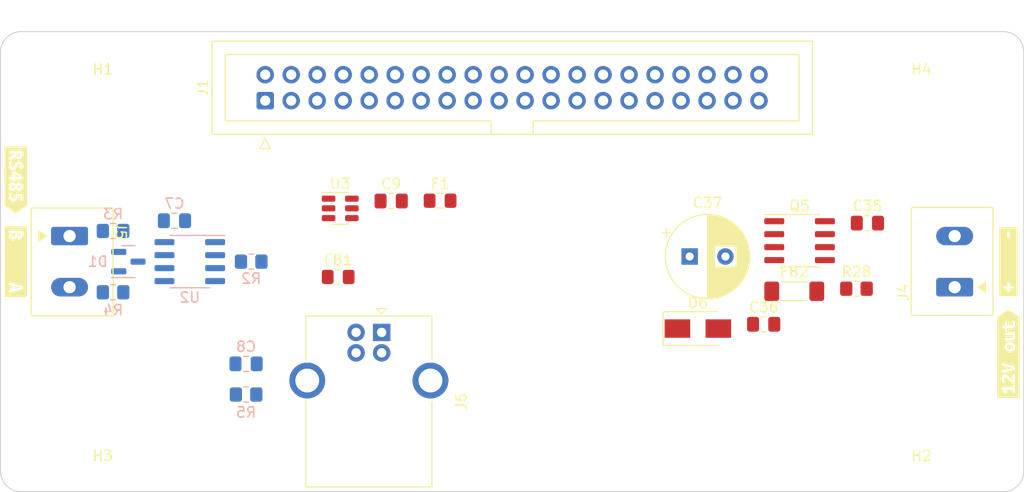
<source format=kicad_pcb>
(kicad_pcb (version 20211014) (generator pcbnew)
  (layers (0 "F.Cu" signal) (31 "B.Cu" signal) (34 "B.Paste" user) (35 "F.Paste" user) (36 "B.SilkS" user "B.Silkscreen") (37 "F.SilkS" user "F.Silkscreen") (38 "B.Mask" user) (39 "F.Mask" user) (44 "Edge.Cuts" user))
  (net 0 "")
  (net 1 "Net-(C8-Pad1)")
  (net 2 "GND")
  (net 3 "/RS485 Interface - Port #1/5V")
  (net 4 "Net-(C35-Pad1)")
  (net 5 "VBUS")
  (net 6 "Net-(D1-Pad1)")
  (net 7 "Net-(D1-Pad2)")
  (net 8 "/Power Supply/12V")
  (net 9 "Net-(F1-Pad1)")
  (net 10 "Net-(F1-Pad2)")
  (net 11 "Net-(J6-Pad2)")
  (net 12 "/RS485 Interface - Port #1/DIR")
  (net 13 "/RS485 Interface - Port #1/RX")
  (net 14 "/RS485 Interface - Port #1/TX")
  (net 15 "/USB Interface/USB_D+")
  (net 16 "/USB Interface/USB_D-")
  (net 17 "Net-(D6-Pad2)")
  (net 34 "Net-(J5-Pad1)")
  (net 35 "Net-(J5-Pad2)")
  (net 36 "Net-(J6-Pad3)")
  (net 41 "Net-(D7-Pad2)")
  (footprint "MountingHole:MountingHole_5.3mm_M5" (layer "F.Cu") (at 100 100)
    (fp_text reference "H3" (at 0 6.5) (layer "F.SilkS"))
    (fp_text value "MountingHole")
    (pad "" np_thru_hole circle (at 0 0) (size 5.3 5.3) (drill 5.3) (layers *.Cu *.Mask))
  )
  (footprint "Fuse:Fuse_0805_2012Metric_Pad1.15x1.40mm_HandSolder" (layer "F.Cu") (at 132.96 81.54)
    (fp_text reference "F1" (at 0 -1.65) (layer "F.SilkS"))
    (fp_text value "Polyfuse")
    (pad "1" smd roundrect (at -1.025 0) (size 1.15 1.4) (layers "F.Cu" "F.Paste" "F.Mask") (roundrect_rratio 0.217391) (net 9 "Net-(F1-Pad1)"))
    (pad "2" smd roundrect (at 1.025 0) (size 1.15 1.4) (layers "F.Cu" "F.Paste" "F.Mask") (roundrect_rratio 0.217391) (net 10 "Net-(F1-Pad2)"))
  )
  (footprint "Connector_custom:JILN JL301-50002U01" (layer "F.Cu") (at 183.25 90 90)
    (fp_text reference "J4" (at -0.5 -5 90 unlocked) (layer "F.SilkS"))
    (fp_text value "Power connector")
    (pad "1" thru_hole roundrect (at 0 0 90) (size 1.8 3.6) (drill 1.2) (layers *.Cu *.Mask) (roundrect_rratio 0.1388888889) (net 8 "/Power Supply/12V"))
    (pad "2" thru_hole oval (at 5 0 90) (size 1.8 3.6) (drill 1.2) (layers *.Cu *.Mask) (net 2 "GND"))
  )
  (footprint "Inductor_SMD:L_0805_2012Metric_Pad1.15x1.40mm_HandSolder" (layer "F.Cu") (at 123 89)
    (fp_text reference "FB1" (at 0 -1.65) (layer "F.SilkS"))
    (fp_text value "FerriteBead")
    (pad "1" smd roundrect (at -1.025 0) (size 1.15 1.4) (layers "F.Cu" "F.Paste" "F.Mask") (roundrect_rratio 0.217391) (net 5 "VBUS"))
    (pad "2" smd roundrect (at 1.025 0) (size 1.15 1.4) (layers "F.Cu" "F.Paste" "F.Mask") (roundrect_rratio 0.217391) (net 10 "Net-(F1-Pad2)"))
  )
  (footprint "kibuzzard-636D65C6" (layer "F.Cu") (at 188.5 87.5 90)
    (fp_text reference "kibuzzard-636D65C6" hide)
    (fp_text value "G***" hide)
  )
  (footprint "Capacitor_SMD:C_0805_2012Metric_Pad1.18x1.45mm_HandSolder" (layer "F.Cu") (at 164.582651 93.63)
    (fp_text reference "C36" (at 0 -1.68) (layer "F.SilkS"))
    (fp_text value "0.1nC")
    (pad "1" smd roundrect (at -1.0375 0) (size 1.175 1.45) (layers "F.Cu" "F.Paste" "F.Mask") (roundrect_rratio 0.212766) (net 8 "/Power Supply/12V"))
    (pad "2" smd roundrect (at 1.0375 0) (size 1.175 1.45) (layers "F.Cu" "F.Paste" "F.Mask") (roundrect_rratio 0.212766) (net 2 "GND"))
  )
  (footprint "Capacitor_THT:CP_Radial_D8.0mm_P3.50mm" (layer "F.Cu") (at 157.347349 87)
    (fp_text reference "C37" (at 1.75 -5.25) (layer "F.SilkS"))
    (fp_text value "220uC")
    (pad "1" thru_hole rect (at 0 0) (size 1.6 1.6) (drill 0.8) (layers *.Cu *.Mask) (net 8 "/Power Supply/12V"))
    (pad "2" thru_hole circle (at 3.5 0) (size 1.6 1.6) (drill 0.8) (layers *.Cu *.Mask) (net 2 "GND"))
  )
  (footprint "Package_TO_SOT_SMD:SOT-23-6" (layer "F.Cu") (at 123.2 82.29)
    (fp_text reference "U3" (at 0 -2.4) (layer "F.SilkS"))
    (fp_text value "USBLC6-2SC6")
    (pad "1" smd roundrect (at -1.1375 -0.95) (size 1.325 0.6) (layers "F.Cu" "F.Paste" "F.Mask") (net 11 "Net-(J6-Pad2)"))
    (pad "2" smd roundrect (at -1.1375 0) (size 1.325 0.6) (layers "F.Cu" "F.Paste" "F.Mask") (net 2 "GND"))
    (pad "3" smd roundrect (at -1.1375 0.95) (size 1.325 0.6) (layers "F.Cu" "F.Paste" "F.Mask") (net 36 "Net-(J6-Pad3)"))
    (pad "4" smd roundrect (at 1.1375 0.95) (size 1.325 0.6) (layers "F.Cu" "F.Paste" "F.Mask") (net 15 "/USB Interface/USB_D+"))
    (pad "5" smd roundrect (at 1.1375 0) (size 1.325 0.6) (layers "F.Cu" "F.Paste" "F.Mask") (net 5 "VBUS"))
    (pad "6" smd roundrect (at 1.1375 -0.95) (size 1.325 0.6) (layers "F.Cu" "F.Paste" "F.Mask") (net 16 "/USB Interface/USB_D-"))
  )
  (footprint "kibuzzard-636D6560" (layer "F.Cu") (at 91.5 87.5 -90)
    (fp_text reference "kibuzzard-636D6560" hide)
    (fp_text value "G***" hide)
  )
  (footprint "MountingHole:MountingHole_5.3mm_M5" (layer "F.Cu") (at 100 75)
    (fp_text reference "H1" (at 0 -6.3) (layer "F.SilkS"))
    (fp_text value "MountingHole")
    (pad "" np_thru_hole circle (at 0 0) (size 5.3 5.3) (drill 5.3) (layers *.Cu *.Mask))
  )
  (footprint "Connector_IDC:IDC-Header_2x20_P2.54mm_Vertical" (layer "F.Cu") (at 115.87 71.7525 90)
    (fp_text reference "J1" (at 1.27 -6.1 90) (layer "F.SilkS"))
    (fp_text value "Conn_02x20_Odd_Even")
    (pad "1" thru_hole roundrect (at 0 0 90) (size 1.7 1.7) (drill 1) (layers *.Cu *.Mask) (roundrect_rratio 0.147059))
    (pad "2" thru_hole circle (at 2.54 0 90) (size 1.7 1.7) (drill 1) (layers *.Cu *.Mask))
    (pad "3" thru_hole circle (at 0 2.54 90) (size 1.7 1.7) (drill 1) (layers *.Cu *.Mask))
    (pad "4" thru_hole circle (at 2.54 2.54 90) (size 1.7 1.7) (drill 1) (layers *.Cu *.Mask))
    (pad "5" thru_hole circle (at 0 5.08 90) (size 1.7 1.7) (drill 1) (layers *.Cu *.Mask))
    (pad "6" thru_hole circle (at 2.54 5.08 90) (size 1.7 1.7) (drill 1) (layers *.Cu *.Mask))
    (pad "7" thru_hole circle (at 0 7.62 90) (size 1.7 1.7) (drill 1) (layers *.Cu *.Mask))
    (pad "8" thru_hole circle (at 2.54 7.62 90) (size 1.7 1.7) (drill 1) (layers *.Cu *.Mask))
    (pad "9" thru_hole circle (at 0 10.16 90) (size 1.7 1.7) (drill 1) (layers *.Cu *.Mask))
    (pad "10" thru_hole circle (at 2.54 10.16 90) (size 1.7 1.7) (drill 1) (layers *.Cu *.Mask))
    (pad "11" thru_hole circle (at 0 12.7 90) (size 1.7 1.7) (drill 1) (layers *.Cu *.Mask))
    (pad "12" thru_hole circle (at 2.54 12.7 90) (size 1.7 1.7) (drill 1) (layers *.Cu *.Mask))
    (pad "13" thru_hole circle (at 0 15.24 90) (size 1.7 1.7) (drill 1) (layers *.Cu *.Mask))
    (pad "14" thru_hole circle (at 2.54 15.24 90) (size 1.7 1.7) (drill 1) (layers *.Cu *.Mask))
    (pad "15" thru_hole circle (at 0 17.78 90) (size 1.7 1.7) (drill 1) (layers *.Cu *.Mask))
    (pad "16" thru_hole circle (at 2.54 17.78 90) (size 1.7 1.7) (drill 1) (layers *.Cu *.Mask))
    (pad "17" thru_hole circle (at 0 20.32 90) (size 1.7 1.7) (drill 1) (layers *.Cu *.Mask))
    (pad "18" thru_hole circle (at 2.54 20.32 90) (size 1.7 1.7) (drill 1) (layers *.Cu *.Mask))
    (pad "19" thru_hole circle (at 0 22.86 90) (size 1.7 1.7) (drill 1) (layers *.Cu *.Mask))
    (pad "20" thru_hole circle (at 2.54 22.86 90) (size 1.7 1.7) (drill 1) (layers *.Cu *.Mask))
    (pad "21" thru_hole circle (at 0 25.4 90) (size 1.7 1.7) (drill 1) (layers *.Cu *.Mask))
    (pad "22" thru_hole circle (at 2.54 25.4 90) (size 1.7 1.7) (drill 1) (layers *.Cu *.Mask))
    (pad "23" thru_hole circle (at 0 27.94 90) (size 1.7 1.7) (drill 1) (layers *.Cu *.Mask))
    (pad "24" thru_hole circle (at 2.54 27.94 90) (size 1.7 1.7) (drill 1) (layers *.Cu *.Mask))
    (pad "25" thru_hole circle (at 0 30.48 90) (size 1.7 1.7) (drill 1) (layers *.Cu *.Mask))
    (pad "26" thru_hole circle (at 2.54 30.48 90) (size 1.7 1.7) (drill 1) (layers *.Cu *.Mask))
    (pad "27" thru_hole circle (at 0 33.02 90) (size 1.7 1.7) (drill 1) (layers *.Cu *.Mask))
    (pad "28" thru_hole circle (at 2.54 33.02 90) (size 1.7 1.7) (drill 1) (layers *.Cu *.Mask))
    (pad "29" thru_hole circle (at 0 35.56 90) (size 1.7 1.7) (drill 1) (layers *.Cu *.Mask))
    (pad "30" thru_hole circle (at 2.54 35.56 90) (size 1.7 1.7) (drill 1) (layers *.Cu *.Mask))
    (pad "31" thru_hole circle (at 0 38.1 90) (size 1.7 1.7) (drill 1) (layers *.Cu *.Mask))
    (pad "32" thru_hole circle (at 2.54 38.1 90) (size 1.7 1.7) (drill 1) (layers *.Cu *.Mask))
    (pad "33" thru_hole circle (at 0 40.64 90) (size 1.7 1.7) (drill 1) (layers *.Cu *.Mask))
    (pad "34" thru_hole circle (at 2.54 40.64 90) (size 1.7 1.7) (drill 1) (layers *.Cu *.Mask))
    (pad "35" thru_hole circle (at 0 43.18 90) (size 1.7 1.7) (drill 1) (layers *.Cu *.Mask))
    (pad "36" thru_hole circle (at 2.54 43.18 90) (size 1.7 1.7) (drill 1) (layers *.Cu *.Mask))
    (pad "37" thru_hole circle (at 0 45.72 90) (size 1.7 1.7) (drill 1) (layers *.Cu *.Mask))
    (pad "38" thru_hole circle (at 2.54 45.72 90) (size 1.7 1.7) (drill 1) (layers *.Cu *.Mask))
    (pad "39" thru_hole circle (at 0 48.26 90) (size 1.7 1.7) (drill 1) (layers *.Cu *.Mask))
    (pad "40" thru_hole circle (at 2.54 48.26 90) (size 1.7 1.7) (drill 1) (layers *.Cu *.Mask))
  )
  (footprint "Diode_SMD:D_SMA" (layer "F.Cu") (at 158.152651 94.05)
    (fp_text reference "D6" (at 0 -2.5) (layer "F.SilkS"))
    (fp_text value "D_TVS")
    (pad "1" smd rect (at -2 0) (size 2.5 1.8) (layers "F.Cu" "F.Paste" "F.Mask") (net 2 "GND"))
    (pad "2" smd rect (at 2 0) (size 2.5 1.8) (layers "F.Cu" "F.Paste" "F.Mask") (net 17 "Net-(D6-Pad2)"))
  )
  (footprint "Connector_custom:JILN JL301-50002U01" (layer "F.Cu") (at 96.75 85 -90)
    (fp_text reference "J5" (at -0.5 -5 -90 unlocked) (layer "F.SilkS"))
    (fp_text value "RS485 connector")
    (pad "1" thru_hole roundrect (at 0 0 270) (size 1.8 3.6) (drill 1.2) (layers *.Cu *.Mask) (roundrect_rratio 0.1388888889) (net 34 "Net-(J5-Pad1)"))
    (pad "2" thru_hole oval (at 5 0 270) (size 1.8 3.6) (drill 1.2) (layers *.Cu *.Mask) (net 35 "Net-(J5-Pad2)"))
  )
  (footprint "Capacitor_SMD:C_0805_2012Metric_Pad1.18x1.45mm_HandSolder" (layer "F.Cu") (at 128.18 81.57)
    (fp_text reference "C9" (at 0 -1.68) (layer "F.SilkS"))
    (fp_text value "0.1uC")
    (pad "1" smd roundrect (at -1.0375 0) (size 1.175 1.45) (layers "F.Cu" "F.Paste" "F.Mask") (roundrect_rratio 0.212766) (net 2 "GND"))
    (pad "2" smd roundrect (at 1.0375 0) (size 1.175 1.45) (layers "F.Cu" "F.Paste" "F.Mask") (roundrect_rratio 0.212766) (net 5 "VBUS"))
  )
  (footprint "MountingHole:MountingHole_5.3mm_M5" (layer "F.Cu") (at 180 100)
    (fp_text reference "H2" (at 0 6.5) (layer "F.SilkS"))
    (fp_text value "MountingHole")
    (pad "" np_thru_hole circle (at 0 0) (size 5.3 5.3) (drill 5.3) (layers *.Cu *.Mask))
  )
  (footprint "Resistor_SMD:R_0805_2012Metric_Pad1.20x1.40mm_HandSolder" (layer "F.Cu") (at 173.652651 90.15)
    (fp_text reference "R28" (at 0 -1.65) (layer "F.SilkS"))
    (fp_text value "R")
    (pad "1" smd roundrect (at -1 0) (size 1.2 1.4) (layers "F.Cu" "F.Paste" "F.Mask") (roundrect_rratio 0.208333) (net 41 "Net-(D7-Pad2)"))
    (pad "2" smd roundrect (at 1 0) (size 1.2 1.4) (layers "F.Cu" "F.Paste" "F.Mask") (roundrect_rratio 0.208333) (net 2 "GND"))
  )
  (footprint "Package_SO:SOIC-8_3.9x4.9mm_P1.27mm" (layer "F.Cu") (at 168.092651 85.45)
    (fp_text reference "Q5" (at 0 -3.4) (layer "F.SilkS"))
    (fp_text value "IRF7404")
    (pad "1" smd roundrect (at -2.475 -1.905) (size 1.95 0.6) (layers "F.Cu" "F.Paste" "F.Mask") (net 4 "Net-(C35-Pad1)"))
    (pad "2" smd roundrect (at -2.475 -0.635) (size 1.95 0.6) (layers "F.Cu" "F.Paste" "F.Mask") (net 4 "Net-(C35-Pad1)"))
    (pad "3" smd roundrect (at -2.475 0.635) (size 1.95 0.6) (layers "F.Cu" "F.Paste" "F.Mask") (net 4 "Net-(C35-Pad1)"))
    (pad "4" smd roundrect (at -2.475 1.905) (size 1.95 0.6) (layers "F.Cu" "F.Paste" "F.Mask") (net 41 "Net-(D7-Pad2)"))
    (pad "5" smd roundrect (at 2.475 1.905) (size 1.95 0.6) (layers "F.Cu" "F.Paste" "F.Mask") (net 17 "Net-(D6-Pad2)"))
    (pad "6" smd roundrect (at 2.475 0.635) (size 1.95 0.6) (layers "F.Cu" "F.Paste" "F.Mask") (net 17 "Net-(D6-Pad2)"))
    (pad "7" smd roundrect (at 2.475 -0.635) (size 1.95 0.6) (layers "F.Cu" "F.Paste" "F.Mask") (net 17 "Net-(D6-Pad2)"))
    (pad "8" smd roundrect (at 2.475 -1.905) (size 1.95 0.6) (layers "F.Cu" "F.Paste" "F.Mask") (net 17 "Net-(D6-Pad2)"))
  )
  (footprint "Inductor_SMD:L_1806_4516Metric_Pad1.45x1.90mm_HandSolder" (layer "F.Cu") (at 167.572651 90.4)
    (fp_text reference "FB2" (at 0 -1.9) (layer "F.SilkS"))
    (fp_text value "FerriteBead")
    (pad "1" smd roundrect (at -2.2 0) (size 1.45 1.9) (layers "F.Cu" "F.Paste" "F.Mask") (roundrect_rratio 0.172414) (net 4 "Net-(C35-Pad1)"))
    (pad "2" smd roundrect (at 2.2 0) (size 1.45 1.9) (layers "F.Cu" "F.Paste" "F.Mask") (roundrect_rratio 0.172414) (net 8 "/Power Supply/12V"))
  )
  (footprint "kibuzzard-636D66E4" (layer "F.Cu") (at 91.5 79.5 -90)
    (fp_text reference "kibuzzard-636D66E4" hide)
    (fp_text value "G***" hide)
  )
  (footprint "kibuzzard-636D671C" (layer "F.Cu") (at 188.5 96.5 90)
    (fp_text reference "kibuzzard-636D671C" hide)
    (fp_text value "G***" hide)
  )
  (footprint "Connector_USB:USB_B_OST_USB-B1HSxx_Horizontal" (layer "F.Cu") (at 127.25 94.4225 -90)
    (fp_text reference "J6" (at 6.76 -7.77 90) (layer "F.SilkS"))
    (fp_text value "USB_B")
    (pad "1" thru_hole rect (at 0 0 270) (size 1.7 1.7) (drill 0.92) (layers *.Cu *.Mask) (net 9 "Net-(F1-Pad1)"))
    (pad "2" thru_hole circle (at 0 2.5 270) (size 1.7 1.7) (drill 0.92) (layers *.Cu *.Mask) (net 11 "Net-(J6-Pad2)"))
    (pad "3" thru_hole circle (at 2 2.5 270) (size 1.7 1.7) (drill 0.92) (layers *.Cu *.Mask) (net 36 "Net-(J6-Pad3)"))
    (pad "4" thru_hole circle (at 2 0 270) (size 1.7 1.7) (drill 0.92) (layers *.Cu *.Mask) (net 2 "GND"))
    (pad "5" thru_hole circle (at 4.71 -4.77 270) (size 3.5 3.5) (drill 2.33) (layers *.Cu *.Mask) (net 1 "Net-(C8-Pad1)"))
    (pad "5" thru_hole circle (at 4.71 7.27 270) (size 3.5 3.5) (drill 2.33) (layers *.Cu *.Mask) (net 1 "Net-(C8-Pad1)"))
  )
  (footprint "Capacitor_SMD:C_0805_2012Metric_Pad1.18x1.45mm_HandSolder" (layer "F.Cu") (at 174.722651 83.73)
    (fp_text reference "C35" (at 0 -1.68) (layer "F.SilkS"))
    (fp_text value "0.1nC")
    (pad "1" smd roundrect (at -1.0375 0) (size 1.175 1.45) (layers "F.Cu" "F.Paste" "F.Mask") (roundrect_rratio 0.212766) (net 4 "Net-(C35-Pad1)"))
    (pad "2" smd roundrect (at 1.0375 0) (size 1.175 1.45) (layers "F.Cu" "F.Paste" "F.Mask") (roundrect_rratio 0.212766) (net 2 "GND"))
  )
  (footprint "MountingHole:MountingHole_5.3mm_M5" (layer "F.Cu") (at 180 75)
    (fp_text reference "H4" (at 0 -6.3) (layer "F.SilkS"))
    (fp_text value "MountingHole")
    (pad "" np_thru_hole circle (at 0 0) (size 5.3 5.3) (drill 5.3) (layers *.Cu *.Mask))
  )
  (footprint "Capacitor_SMD:C_0805_2012Metric_Pad1.18x1.45mm_HandSolder" (layer "B.Cu") (at 114 97.5 180)
    (fp_text reference "C8" (at 0 1.68) (layer "B.SilkS") (effects (justify mirror)))
    (fp_text value "4.7nC")
    (pad "1" smd roundrect (at -1.0375 0 180) (size 1.175 1.45) (layers "B.Cu" "B.Paste" "B.Mask") (roundrect_rratio 0.212766) (net 1 "Net-(C8-Pad1)"))
    (pad "2" smd roundrect (at 1.0375 0 180) (size 1.175 1.45) (layers "B.Cu" "B.Paste" "B.Mask") (roundrect_rratio 0.212766) (net 2 "GND"))
  )
  (footprint "Package_TO_SOT_SMD:SOT-23" (layer "B.Cu") (at 102.5 87.5)
    (fp_text reference "D1" (at -3 0) (layer "B.SilkS") (effects (justify mirror)))
    (fp_text value "SM712_SOT23")
    (pad "1" smd roundrect (at -0.9375 0.95) (size 1.475 0.6) (layers "B.Cu" "B.Paste" "B.Mask") (net 6 "Net-(D1-Pad1)"))
    (pad "2" smd roundrect (at -0.9375 -0.95) (size 1.475 0.6) (layers "B.Cu" "B.Paste" "B.Mask") (net 7 "Net-(D1-Pad2)"))
    (pad "3" smd roundrect (at 0.9375 0) (size 1.475 0.6) (layers "B.Cu" "B.Paste" "B.Mask") (net 2 "GND"))
  )
  (footprint "Capacitor_SMD:C_0805_2012Metric_Pad1.18x1.45mm_HandSolder" (layer "B.Cu") (at 107 83.5 180)
    (fp_text reference "C7" (at 0 1.68) (layer "B.SilkS") (effects (justify mirror)))
    (fp_text value "0.1uC")
    (pad "1" smd roundrect (at -1.0375 0 180) (size 1.175 1.45) (layers "B.Cu" "B.Paste" "B.Mask") (roundrect_rratio 0.212766) (net 2 "GND"))
    (pad "2" smd roundrect (at 1.0375 0 180) (size 1.175 1.45) (layers "B.Cu" "B.Paste" "B.Mask") (roundrect_rratio 0.212766) (net 3 "/RS485 Interface - Port #1/5V"))
  )
  (footprint "Resistor_SMD:R_0805_2012Metric_Pad1.20x1.40mm_HandSolder" (layer "B.Cu") (at 101 84.5 180)
    (fp_text reference "R3" (at 0 1.65) (layer "B.SilkS") (effects (justify mirror)))
    (fp_text value "10R")
    (pad "1" smd roundrect (at -1 0 180) (size 1.2 1.4) (layers "B.Cu" "B.Paste" "B.Mask") (roundrect_rratio 0.208333) (net 7 "Net-(D1-Pad2)"))
    (pad "2" smd roundrect (at 1 0 180) (size 1.2 1.4) (layers "B.Cu" "B.Paste" "B.Mask") (roundrect_rratio 0.208333) (net 34 "Net-(J5-Pad1)"))
  )
  (footprint "Resistor_SMD:R_0805_2012Metric_Pad1.20x1.40mm_HandSolder" (layer "B.Cu") (at 101 90.5 180)
    (fp_text reference "R4" (at 0 -1.75) (layer "B.SilkS") (effects (justify mirror)))
    (fp_text value "10R")
    (pad "1" smd roundrect (at -1 0 180) (size 1.2 1.4) (layers "B.Cu" "B.Paste" "B.Mask") (roundrect_rratio 0.208333) (net 6 "Net-(D1-Pad1)"))
    (pad "2" smd roundrect (at 1 0 180) (size 1.2 1.4) (layers "B.Cu" "B.Paste" "B.Mask") (roundrect_rratio 0.208333) (net 35 "Net-(J5-Pad2)"))
  )
  (footprint "Resistor_SMD:R_0805_2012Metric_Pad1.20x1.40mm_HandSolder" (layer "B.Cu") (at 114.5 87.5)
    (fp_text reference "R2" (at 0 1.65) (layer "B.SilkS") (effects (justify mirror)))
    (fp_text value "10kR")
    (pad "1" smd roundrect (at -1 0) (size 1.2 1.4) (layers "B.Cu" "B.Paste" "B.Mask") (roundrect_rratio 0.208333) (net 12 "/RS485 Interface - Port #1/DIR"))
    (pad "2" smd roundrect (at 1 0) (size 1.2 1.4) (layers "B.Cu" "B.Paste" "B.Mask") (roundrect_rratio 0.208333) (net 2 "GND"))
  )
  (footprint "Resistor_SMD:R_0805_2012Metric_Pad1.20x1.40mm_HandSolder" (layer "B.Cu") (at 114 100.5 180)
    (fp_text reference "R5" (at 0 -1.75) (layer "B.SilkS") (effects (justify mirror)))
    (fp_text value "1MR")
    (pad "1" smd roundrect (at -1 0 180) (size 1.2 1.4) (layers "B.Cu" "B.Paste" "B.Mask") (roundrect_rratio 0.208333) (net 1 "Net-(C8-Pad1)"))
    (pad "2" smd roundrect (at 1 0 180) (size 1.2 1.4) (layers "B.Cu" "B.Paste" "B.Mask") (roundrect_rratio 0.208333) (net 2 "GND"))
  )
  (footprint "Package_SO:SOIC-8_3.9x4.9mm_P1.27mm" (layer "B.Cu") (at 108.5 87.5 180)
    (fp_text reference "U2" (at 0 -3.5) (layer "B.SilkS") (effects (justify mirror)))
    (fp_text value "SP485")
    (pad "1" smd roundrect (at -2.475 1.905 180) (size 1.95 0.6) (layers "B.Cu" "B.Paste" "B.Mask") (net 13 "/RS485 Interface - Port #1/RX"))
    (pad "2" smd roundrect (at -2.475 0.635 180) (size 1.95 0.6) (layers "B.Cu" "B.Paste" "B.Mask") (net 12 "/RS485 Interface - Port #1/DIR"))
    (pad "3" smd roundrect (at -2.475 -0.635 180) (size 1.95 0.6) (layers "B.Cu" "B.Paste" "B.Mask") (net 12 "/RS485 Interface - Port #1/DIR"))
    (pad "4" smd roundrect (at -2.475 -1.905 180) (size 1.95 0.6) (layers "B.Cu" "B.Paste" "B.Mask") (net 14 "/RS485 Interface - Port #1/TX"))
    (pad "5" smd roundrect (at 2.475 -1.905 180) (size 1.95 0.6) (layers "B.Cu" "B.Paste" "B.Mask") (net 2 "GND"))
    (pad "6" smd roundrect (at 2.475 -0.635 180) (size 1.95 0.6) (layers "B.Cu" "B.Paste" "B.Mask") (net 6 "Net-(D1-Pad1)"))
    (pad "7" smd roundrect (at 2.475 0.635 180) (size 1.95 0.6) (layers "B.Cu" "B.Paste" "B.Mask") (net 7 "Net-(D1-Pad2)"))
    (pad "8" smd roundrect (at 2.475 1.905 180) (size 1.95 0.6) (layers "B.Cu" "B.Paste" "B.Mask") (net 3 "/RS485 Interface - Port #1/5V"))
  )
  (gr_arc (start 90 67) (mid 90.585786 65.585786) (end 92 65) (layer "Edge.Cuts") (width 0.1))
  (gr_line (start 92 65) (end 188 65) (layer "Edge.Cuts") (width 0.1))
  (gr_arc (start 92 110) (mid 90.585786 109.414214) (end 90 108) (layer "Edge.Cuts") (width 0.1))
  (gr_line (start 190 67) (end 190 108) (layer "Edge.Cuts") (width 0.1))
  (gr_arc (start 188 65) (mid 189.414214 65.585786) (end 190 67) (layer "Edge.Cuts") (width 0.1))
  (gr_line (start 188 110) (end 92 110) (layer "Edge.Cuts") (width 0.1))
  (gr_line (start 90 108) (end 90 67) (layer "Edge.Cuts") (width 0.1))
  (gr_arc (start 190 108) (mid 189.414214 109.414214) (end 188 110) (layer "Edge.Cuts") (width 0.1))
)
</source>
